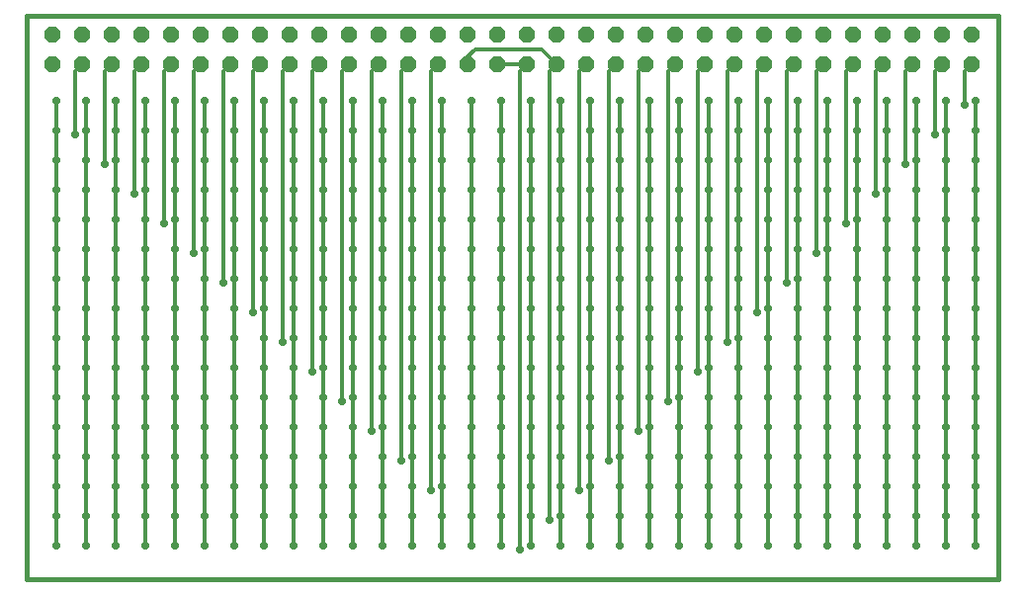
<source format=gbl>
G75*
G70*
%OFA0B0*%
%FSLAX24Y24*%
%IPPOS*%
%LPD*%
%AMOC8*
5,1,8,0,0,1.08239X$1,22.5*
%
%ADD10C,0.0160*%
%ADD11OC8,0.0560*%
%ADD12OC8,0.0277*%
%ADD13C,0.0120*%
D10*
X000187Y000189D02*
X000187Y019189D01*
X032937Y019189D01*
X032937Y000189D01*
X000187Y000189D01*
D11*
X001062Y017564D03*
X002062Y017564D03*
X003062Y017564D03*
X004062Y017564D03*
X005062Y017564D03*
X006062Y017564D03*
X007062Y017564D03*
X008062Y017564D03*
X009062Y017564D03*
X010062Y017564D03*
X011062Y017564D03*
X012062Y017564D03*
X013062Y017564D03*
X014062Y017564D03*
X015062Y017564D03*
X016062Y017564D03*
X017062Y017564D03*
X018062Y017564D03*
X019062Y017564D03*
X020062Y017564D03*
X021062Y017564D03*
X022062Y017564D03*
X023062Y017564D03*
X024062Y017564D03*
X025062Y017564D03*
X026062Y017564D03*
X027062Y017564D03*
X028062Y017564D03*
X029062Y017564D03*
X030062Y017564D03*
X031062Y017564D03*
X032062Y017564D03*
X032062Y018564D03*
X031062Y018564D03*
X030062Y018564D03*
X029062Y018564D03*
X028062Y018564D03*
X027062Y018564D03*
X026062Y018564D03*
X025062Y018564D03*
X024062Y018564D03*
X023062Y018564D03*
X022062Y018564D03*
X021062Y018564D03*
X020062Y018564D03*
X019062Y018564D03*
X018062Y018564D03*
X017062Y018564D03*
X016062Y018564D03*
X015062Y018564D03*
X014062Y018564D03*
X013062Y018564D03*
X012062Y018564D03*
X011062Y018564D03*
X010062Y018564D03*
X009062Y018564D03*
X008062Y018564D03*
X007062Y018564D03*
X006062Y018564D03*
X005062Y018564D03*
X004062Y018564D03*
X003062Y018564D03*
X002062Y018564D03*
X001062Y018564D03*
D12*
X001187Y016314D03*
X002187Y016314D03*
X003187Y016314D03*
X004187Y016314D03*
X005187Y016314D03*
X006187Y016314D03*
X007187Y016314D03*
X008187Y016314D03*
X009187Y016314D03*
X010187Y016314D03*
X011187Y016314D03*
X012187Y016314D03*
X013187Y016314D03*
X014187Y016314D03*
X015187Y016314D03*
X016187Y016314D03*
X017187Y016314D03*
X018187Y016314D03*
X019187Y016314D03*
X020187Y016314D03*
X021187Y016314D03*
X022187Y016314D03*
X023187Y016314D03*
X024187Y016314D03*
X025187Y016314D03*
X026187Y016314D03*
X027187Y016314D03*
X028187Y016314D03*
X029187Y016314D03*
X030187Y016314D03*
X031187Y016314D03*
X031812Y016189D03*
X032187Y016314D03*
X032187Y015314D03*
X031187Y015314D03*
X030812Y015189D03*
X030187Y015314D03*
X029187Y015314D03*
X028187Y015314D03*
X027187Y015314D03*
X026187Y015314D03*
X025187Y015314D03*
X024187Y015314D03*
X023187Y015314D03*
X022187Y015314D03*
X021187Y015314D03*
X020187Y015314D03*
X019187Y015314D03*
X018187Y015314D03*
X017187Y015314D03*
X016187Y015314D03*
X015187Y015314D03*
X014187Y015314D03*
X013187Y015314D03*
X012187Y015314D03*
X011187Y015314D03*
X010187Y015314D03*
X009187Y015314D03*
X008187Y015314D03*
X007187Y015314D03*
X006187Y015314D03*
X005187Y015314D03*
X004187Y015314D03*
X003187Y015314D03*
X002187Y015314D03*
X001812Y015189D03*
X001187Y015314D03*
X001187Y014314D03*
X002187Y014314D03*
X002812Y014189D03*
X003187Y014314D03*
X004187Y014314D03*
X005187Y014314D03*
X006187Y014314D03*
X007187Y014314D03*
X008187Y014314D03*
X009187Y014314D03*
X010187Y014314D03*
X011187Y014314D03*
X012187Y014314D03*
X013187Y014314D03*
X014187Y014314D03*
X015187Y014314D03*
X016187Y014314D03*
X017187Y014314D03*
X018187Y014314D03*
X019187Y014314D03*
X020187Y014314D03*
X021187Y014314D03*
X022187Y014314D03*
X023187Y014314D03*
X024187Y014314D03*
X025187Y014314D03*
X026187Y014314D03*
X027187Y014314D03*
X028187Y014314D03*
X029187Y014314D03*
X029812Y014189D03*
X030187Y014314D03*
X031187Y014314D03*
X032187Y014314D03*
X032187Y013314D03*
X031187Y013314D03*
X030187Y013314D03*
X029187Y013314D03*
X028812Y013189D03*
X028187Y013314D03*
X027187Y013314D03*
X026187Y013314D03*
X025187Y013314D03*
X024187Y013314D03*
X023187Y013314D03*
X022187Y013314D03*
X021187Y013314D03*
X020187Y013314D03*
X019187Y013314D03*
X018187Y013314D03*
X017187Y013314D03*
X016187Y013314D03*
X015187Y013314D03*
X014187Y013314D03*
X013187Y013314D03*
X012187Y013314D03*
X011187Y013314D03*
X010187Y013314D03*
X009187Y013314D03*
X008187Y013314D03*
X007187Y013314D03*
X006187Y013314D03*
X005187Y013314D03*
X004187Y013314D03*
X003812Y013189D03*
X003187Y013314D03*
X002187Y013314D03*
X001187Y013314D03*
X001187Y012314D03*
X002187Y012314D03*
X003187Y012314D03*
X004187Y012314D03*
X004812Y012189D03*
X005187Y012314D03*
X006187Y012314D03*
X007187Y012314D03*
X008187Y012314D03*
X009187Y012314D03*
X010187Y012314D03*
X011187Y012314D03*
X012187Y012314D03*
X013187Y012314D03*
X014187Y012314D03*
X015187Y012314D03*
X016187Y012314D03*
X017187Y012314D03*
X018187Y012314D03*
X019187Y012314D03*
X020187Y012314D03*
X021187Y012314D03*
X022187Y012314D03*
X023187Y012314D03*
X024187Y012314D03*
X025187Y012314D03*
X026187Y012314D03*
X027187Y012314D03*
X027812Y012189D03*
X028187Y012314D03*
X029187Y012314D03*
X030187Y012314D03*
X031187Y012314D03*
X032187Y012314D03*
X032187Y011314D03*
X031187Y011314D03*
X030187Y011314D03*
X029187Y011314D03*
X028187Y011314D03*
X027187Y011314D03*
X026812Y011189D03*
X026187Y011314D03*
X025187Y011314D03*
X024187Y011314D03*
X023187Y011314D03*
X022187Y011314D03*
X021187Y011314D03*
X020187Y011314D03*
X019187Y011314D03*
X018187Y011314D03*
X017187Y011314D03*
X016187Y011314D03*
X015187Y011314D03*
X014187Y011314D03*
X013187Y011314D03*
X012187Y011314D03*
X011187Y011314D03*
X010187Y011314D03*
X009187Y011314D03*
X008187Y011314D03*
X007187Y011314D03*
X006187Y011314D03*
X005812Y011189D03*
X005187Y011314D03*
X004187Y011314D03*
X003187Y011314D03*
X002187Y011314D03*
X001187Y011314D03*
X001187Y010314D03*
X002187Y010314D03*
X003187Y010314D03*
X004187Y010314D03*
X005187Y010314D03*
X006187Y010314D03*
X006812Y010189D03*
X007187Y010314D03*
X008187Y010314D03*
X009187Y010314D03*
X010187Y010314D03*
X011187Y010314D03*
X012187Y010314D03*
X013187Y010314D03*
X014187Y010314D03*
X015187Y010314D03*
X016187Y010314D03*
X017187Y010314D03*
X018187Y010314D03*
X019187Y010314D03*
X020187Y010314D03*
X021187Y010314D03*
X022187Y010314D03*
X023187Y010314D03*
X024187Y010314D03*
X025187Y010314D03*
X025812Y010189D03*
X026187Y010314D03*
X027187Y010314D03*
X028187Y010314D03*
X029187Y010314D03*
X030187Y010314D03*
X031187Y010314D03*
X032187Y010314D03*
X032187Y009314D03*
X031187Y009314D03*
X030187Y009314D03*
X029187Y009314D03*
X028187Y009314D03*
X027187Y009314D03*
X026187Y009314D03*
X025187Y009314D03*
X024812Y009189D03*
X024187Y009314D03*
X023187Y009314D03*
X022187Y009314D03*
X021187Y009314D03*
X020187Y009314D03*
X019187Y009314D03*
X018187Y009314D03*
X017187Y009314D03*
X016187Y009314D03*
X015187Y009314D03*
X014187Y009314D03*
X013187Y009314D03*
X012187Y009314D03*
X011187Y009314D03*
X010187Y009314D03*
X009187Y009314D03*
X008187Y009314D03*
X007812Y009189D03*
X007187Y009314D03*
X006187Y009314D03*
X005187Y009314D03*
X004187Y009314D03*
X003187Y009314D03*
X002187Y009314D03*
X001187Y009314D03*
X001187Y008314D03*
X002187Y008314D03*
X003187Y008314D03*
X004187Y008314D03*
X005187Y008314D03*
X006187Y008314D03*
X007187Y008314D03*
X008187Y008314D03*
X008812Y008189D03*
X009187Y008314D03*
X010187Y008314D03*
X011187Y008314D03*
X012187Y008314D03*
X013187Y008314D03*
X014187Y008314D03*
X015187Y008314D03*
X016187Y008314D03*
X017187Y008314D03*
X018187Y008314D03*
X019187Y008314D03*
X020187Y008314D03*
X021187Y008314D03*
X022187Y008314D03*
X023187Y008314D03*
X023812Y008189D03*
X024187Y008314D03*
X025187Y008314D03*
X026187Y008314D03*
X027187Y008314D03*
X028187Y008314D03*
X029187Y008314D03*
X030187Y008314D03*
X031187Y008314D03*
X032187Y008314D03*
X032187Y007314D03*
X031187Y007314D03*
X030187Y007314D03*
X029187Y007314D03*
X028187Y007314D03*
X027187Y007314D03*
X026187Y007314D03*
X025187Y007314D03*
X024187Y007314D03*
X023187Y007314D03*
X022812Y007189D03*
X022187Y007314D03*
X021187Y007314D03*
X020187Y007314D03*
X019187Y007314D03*
X018187Y007314D03*
X017187Y007314D03*
X016187Y007314D03*
X015187Y007314D03*
X014187Y007314D03*
X013187Y007314D03*
X012187Y007314D03*
X011187Y007314D03*
X010187Y007314D03*
X009812Y007189D03*
X009187Y007314D03*
X008187Y007314D03*
X007187Y007314D03*
X006187Y007314D03*
X005187Y007314D03*
X004187Y007314D03*
X003187Y007314D03*
X002187Y007314D03*
X001187Y007314D03*
X001187Y006314D03*
X002187Y006314D03*
X003187Y006314D03*
X004187Y006314D03*
X005187Y006314D03*
X006187Y006314D03*
X007187Y006314D03*
X008187Y006314D03*
X009187Y006314D03*
X010187Y006314D03*
X010812Y006189D03*
X011187Y006314D03*
X012187Y006314D03*
X013187Y006314D03*
X014187Y006314D03*
X015187Y006314D03*
X016187Y006314D03*
X017187Y006314D03*
X018187Y006314D03*
X019187Y006314D03*
X020187Y006314D03*
X021187Y006314D03*
X021812Y006189D03*
X022187Y006314D03*
X023187Y006314D03*
X024187Y006314D03*
X025187Y006314D03*
X026187Y006314D03*
X027187Y006314D03*
X028187Y006314D03*
X029187Y006314D03*
X030187Y006314D03*
X031187Y006314D03*
X032187Y006314D03*
X032187Y005314D03*
X031187Y005314D03*
X030187Y005314D03*
X029187Y005314D03*
X028187Y005314D03*
X027187Y005314D03*
X026187Y005314D03*
X025187Y005314D03*
X024187Y005314D03*
X023187Y005314D03*
X022187Y005314D03*
X021187Y005314D03*
X020812Y005189D03*
X020187Y005314D03*
X019187Y005314D03*
X018187Y005314D03*
X017187Y005314D03*
X016187Y005314D03*
X015187Y005314D03*
X014187Y005314D03*
X013187Y005314D03*
X012187Y005314D03*
X011812Y005189D03*
X011187Y005314D03*
X010187Y005314D03*
X009187Y005314D03*
X008187Y005314D03*
X007187Y005314D03*
X006187Y005314D03*
X005187Y005314D03*
X004187Y005314D03*
X003187Y005314D03*
X002187Y005314D03*
X001187Y005314D03*
X001187Y004314D03*
X002187Y004314D03*
X003187Y004314D03*
X004187Y004314D03*
X005187Y004314D03*
X006187Y004314D03*
X007187Y004314D03*
X008187Y004314D03*
X009187Y004314D03*
X010187Y004314D03*
X011187Y004314D03*
X012187Y004314D03*
X012812Y004189D03*
X013187Y004314D03*
X014187Y004314D03*
X015187Y004314D03*
X016187Y004314D03*
X017187Y004314D03*
X018187Y004314D03*
X019187Y004314D03*
X019812Y004189D03*
X020187Y004314D03*
X021187Y004314D03*
X022187Y004314D03*
X023187Y004314D03*
X024187Y004314D03*
X025187Y004314D03*
X026187Y004314D03*
X027187Y004314D03*
X028187Y004314D03*
X029187Y004314D03*
X030187Y004314D03*
X031187Y004314D03*
X032187Y004314D03*
X032187Y003314D03*
X031187Y003314D03*
X030187Y003314D03*
X029187Y003314D03*
X028187Y003314D03*
X027187Y003314D03*
X026187Y003314D03*
X025187Y003314D03*
X024187Y003314D03*
X023187Y003314D03*
X022187Y003314D03*
X021187Y003314D03*
X020187Y003314D03*
X019187Y003314D03*
X018812Y003189D03*
X018187Y003314D03*
X017187Y003314D03*
X016187Y003314D03*
X015187Y003314D03*
X014187Y003314D03*
X013812Y003189D03*
X013187Y003314D03*
X012187Y003314D03*
X011187Y003314D03*
X010187Y003314D03*
X009187Y003314D03*
X008187Y003314D03*
X007187Y003314D03*
X006187Y003314D03*
X005187Y003314D03*
X004187Y003314D03*
X003187Y003314D03*
X002187Y003314D03*
X001187Y003314D03*
X001187Y002314D03*
X002187Y002314D03*
X003187Y002314D03*
X004187Y002314D03*
X005187Y002314D03*
X006187Y002314D03*
X007187Y002314D03*
X008187Y002314D03*
X009187Y002314D03*
X010187Y002314D03*
X011187Y002314D03*
X012187Y002314D03*
X013187Y002314D03*
X014187Y002314D03*
X015187Y002314D03*
X016187Y002314D03*
X017187Y002314D03*
X017812Y002189D03*
X018187Y002314D03*
X019187Y002314D03*
X020187Y002314D03*
X021187Y002314D03*
X022187Y002314D03*
X023187Y002314D03*
X024187Y002314D03*
X025187Y002314D03*
X026187Y002314D03*
X027187Y002314D03*
X028187Y002314D03*
X029187Y002314D03*
X030187Y002314D03*
X031187Y002314D03*
X032187Y002314D03*
X032187Y001314D03*
X031187Y001314D03*
X030187Y001314D03*
X029187Y001314D03*
X028187Y001314D03*
X027187Y001314D03*
X026187Y001314D03*
X025187Y001314D03*
X024187Y001314D03*
X023187Y001314D03*
X022187Y001314D03*
X021187Y001314D03*
X020187Y001314D03*
X019187Y001314D03*
X018187Y001314D03*
X017187Y001314D03*
X016812Y001189D03*
X016187Y001314D03*
X015187Y001314D03*
X014187Y001314D03*
X013187Y001314D03*
X012187Y001314D03*
X011187Y001314D03*
X010187Y001314D03*
X009187Y001314D03*
X008187Y001314D03*
X007187Y001314D03*
X006187Y001314D03*
X005187Y001314D03*
X004187Y001314D03*
X003187Y001314D03*
X002187Y001314D03*
X001187Y001314D03*
D13*
X001187Y002314D01*
X001187Y003314D01*
X001187Y004314D01*
X001187Y005314D01*
X001187Y006314D01*
X001187Y007314D01*
X001187Y008314D01*
X001187Y009314D01*
X001187Y010314D01*
X001187Y011314D01*
X001187Y012314D01*
X001187Y013314D01*
X001187Y014314D01*
X001187Y015314D01*
X001187Y016314D01*
X002187Y016314D02*
X002187Y015314D01*
X002187Y014314D01*
X002187Y013314D01*
X002187Y012314D01*
X002187Y011314D01*
X002187Y010314D01*
X002187Y009314D01*
X002187Y008314D01*
X002187Y007314D01*
X002187Y006314D01*
X002187Y005314D01*
X002187Y004314D01*
X002187Y003314D01*
X002187Y002314D01*
X002187Y001314D01*
X003187Y001314D02*
X003187Y002314D01*
X003187Y003314D01*
X003187Y004314D01*
X003187Y005314D01*
X003187Y006314D01*
X003187Y007314D01*
X003187Y008314D01*
X003187Y009314D01*
X003187Y010314D01*
X003187Y011314D01*
X003187Y012314D01*
X003187Y013314D01*
X003187Y014314D01*
X003187Y015314D01*
X003187Y016314D01*
X004187Y016314D02*
X004187Y015314D01*
X004187Y014314D01*
X004187Y013314D01*
X004187Y012314D01*
X004187Y011314D01*
X004187Y010314D01*
X004187Y009314D01*
X004187Y008314D01*
X004187Y007314D01*
X004187Y006314D01*
X004187Y005314D01*
X004187Y004314D01*
X004187Y003314D01*
X004187Y002314D01*
X004187Y001314D01*
X005187Y001314D02*
X005187Y002314D01*
X005187Y003314D01*
X005187Y004314D01*
X005187Y005314D01*
X005187Y006314D01*
X005187Y007314D01*
X005187Y008314D01*
X005187Y009314D01*
X005187Y010314D01*
X005187Y011314D01*
X005187Y012314D01*
X005187Y013314D01*
X005187Y014314D01*
X005187Y015314D01*
X005187Y016314D01*
X006187Y016314D02*
X006187Y015314D01*
X006187Y014314D01*
X006187Y013314D01*
X006187Y012314D01*
X006187Y011314D01*
X006187Y010314D01*
X006187Y009314D01*
X006187Y008314D01*
X006187Y007314D01*
X006187Y006314D01*
X006187Y005314D01*
X006187Y004314D01*
X006187Y003314D01*
X006187Y002314D01*
X006187Y001314D01*
X007187Y001314D02*
X007187Y002314D01*
X007187Y003314D01*
X007187Y004314D01*
X007187Y005314D01*
X007187Y006314D01*
X007187Y007314D01*
X007187Y008314D01*
X007187Y009314D01*
X007187Y010314D01*
X007187Y011314D01*
X007187Y012314D01*
X007187Y013314D01*
X007187Y014314D01*
X007187Y015314D01*
X007187Y016314D01*
X008187Y016314D02*
X008187Y015314D01*
X008187Y014314D01*
X008187Y013314D01*
X008187Y012314D01*
X008187Y011314D01*
X008187Y010314D01*
X008187Y009314D01*
X008187Y008314D01*
X008187Y007314D01*
X008187Y006314D01*
X008187Y005314D01*
X008187Y004314D01*
X008187Y003314D01*
X008187Y002314D01*
X008187Y001314D01*
X009187Y001314D02*
X009187Y002314D01*
X009187Y003314D01*
X009187Y004314D01*
X009187Y005314D01*
X009187Y006314D01*
X009187Y007314D01*
X009187Y008314D01*
X009187Y009314D01*
X009187Y010314D01*
X009187Y011314D01*
X009187Y012314D01*
X009187Y013314D01*
X009187Y014314D01*
X009187Y015314D01*
X009187Y016314D01*
X010187Y016314D02*
X010187Y015314D01*
X010187Y014314D01*
X010187Y013314D01*
X010187Y012314D01*
X010187Y011314D01*
X010187Y010314D01*
X010187Y009314D01*
X010187Y008314D01*
X010187Y007314D01*
X010187Y006314D01*
X010187Y005314D01*
X010187Y004314D01*
X010187Y003314D01*
X010187Y002314D01*
X010187Y001314D01*
X011187Y001314D02*
X011187Y002314D01*
X011187Y003314D01*
X011187Y004314D01*
X011187Y005314D01*
X011187Y006314D01*
X011187Y007314D01*
X011187Y008314D01*
X011187Y009314D01*
X011187Y010314D01*
X011187Y011314D01*
X011187Y012314D01*
X011187Y013314D01*
X011187Y014314D01*
X011187Y015314D01*
X011187Y016314D01*
X012187Y016314D02*
X012187Y015314D01*
X012187Y014314D01*
X012187Y013314D01*
X012187Y012314D01*
X012187Y011314D01*
X012187Y010314D01*
X012187Y009314D01*
X012187Y008314D01*
X012187Y007314D01*
X012187Y006314D01*
X012187Y005314D01*
X012187Y004314D01*
X012187Y003314D01*
X012187Y002314D01*
X012187Y001314D01*
X013187Y001314D02*
X013187Y002314D01*
X013187Y003314D01*
X013187Y004314D01*
X013187Y005314D01*
X013187Y006314D01*
X013187Y007314D01*
X013187Y008314D01*
X013187Y009314D01*
X013187Y010314D01*
X013187Y011314D01*
X013187Y012314D01*
X013187Y013314D01*
X013187Y014314D01*
X013187Y015314D01*
X013187Y016314D01*
X014187Y016314D02*
X014187Y015314D01*
X014187Y014314D01*
X014187Y013314D01*
X014187Y012314D01*
X014187Y011314D01*
X014187Y010314D01*
X014187Y009314D01*
X014187Y008314D01*
X014187Y007314D01*
X014187Y006314D01*
X014187Y005314D01*
X014187Y004314D01*
X014187Y003314D01*
X014187Y002314D01*
X014187Y001314D01*
X015187Y001314D02*
X015187Y002314D01*
X015187Y003314D01*
X015187Y004314D01*
X015187Y005314D01*
X015187Y006314D01*
X015187Y007314D01*
X015187Y008314D01*
X015187Y009314D01*
X015187Y010314D01*
X015187Y011314D01*
X015187Y012314D01*
X015187Y013314D01*
X015187Y014314D01*
X015187Y015314D01*
X015187Y016314D01*
X016187Y016314D02*
X016187Y015314D01*
X016187Y014314D01*
X016187Y013314D01*
X016187Y012314D01*
X016187Y011314D01*
X016187Y010314D01*
X016187Y009314D01*
X016187Y008314D01*
X016187Y007314D01*
X016187Y006314D01*
X016187Y005314D01*
X016187Y004314D01*
X016187Y003314D01*
X016187Y002314D01*
X016187Y001314D01*
X016812Y001189D02*
X016812Y017314D01*
X017062Y017564D01*
X016062Y017564D01*
X015312Y018064D02*
X017562Y018064D01*
X018062Y017564D01*
X017812Y017314D01*
X017812Y002189D01*
X018187Y002314D02*
X018187Y001314D01*
X017187Y001314D02*
X017187Y002314D01*
X017187Y003314D01*
X017187Y004314D01*
X017187Y005314D01*
X017187Y006314D01*
X017187Y007314D01*
X017187Y008314D01*
X017187Y009314D01*
X017187Y010314D01*
X017187Y011314D01*
X017187Y012314D01*
X017187Y013314D01*
X017187Y014314D01*
X017187Y015314D01*
X017187Y016314D01*
X018187Y016314D02*
X018187Y015314D01*
X018187Y014314D01*
X018187Y013314D01*
X018187Y012314D01*
X018187Y011314D01*
X018187Y010314D01*
X018187Y009314D01*
X018187Y008314D01*
X018187Y007314D01*
X018187Y006314D01*
X018187Y005314D01*
X018187Y004314D01*
X018187Y003314D01*
X018187Y002314D01*
X019187Y002314D02*
X019187Y001314D01*
X020187Y001314D02*
X020187Y002314D01*
X020187Y003314D01*
X020187Y004314D01*
X020187Y005314D01*
X020187Y006314D01*
X020187Y007314D01*
X020187Y008314D01*
X020187Y009314D01*
X020187Y010314D01*
X020187Y011314D01*
X020187Y012314D01*
X020187Y013314D01*
X020187Y014314D01*
X020187Y015314D01*
X020187Y016314D01*
X019187Y016314D02*
X019187Y015314D01*
X019187Y014314D01*
X019187Y013314D01*
X019187Y012314D01*
X019187Y011314D01*
X019187Y010314D01*
X019187Y009314D01*
X019187Y008314D01*
X019187Y007314D01*
X019187Y006314D01*
X019187Y005314D01*
X019187Y004314D01*
X019187Y003314D01*
X019187Y002314D01*
X018812Y003189D02*
X018812Y017314D01*
X019062Y017564D01*
X019812Y017314D02*
X019812Y004189D01*
X021187Y004314D02*
X021187Y003314D01*
X021187Y002314D01*
X021187Y001314D01*
X022187Y001314D02*
X022187Y002314D01*
X022187Y003314D01*
X022187Y004314D01*
X022187Y005314D01*
X022187Y006314D01*
X022187Y007314D01*
X022187Y008314D01*
X022187Y009314D01*
X022187Y010314D01*
X022187Y011314D01*
X022187Y012314D01*
X022187Y013314D01*
X022187Y014314D01*
X022187Y015314D01*
X022187Y016314D01*
X021187Y016314D02*
X021187Y015314D01*
X021187Y014314D01*
X021187Y013314D01*
X021187Y012314D01*
X021187Y011314D01*
X021187Y010314D01*
X021187Y009314D01*
X021187Y008314D01*
X021187Y007314D01*
X021187Y006314D01*
X021187Y005314D01*
X021187Y004314D01*
X020812Y005189D02*
X020812Y017314D01*
X021062Y017564D01*
X021812Y017314D02*
X021812Y006189D01*
X023187Y006314D02*
X023187Y005314D01*
X023187Y004314D01*
X023187Y003314D01*
X023187Y002314D01*
X023187Y001314D01*
X024187Y001314D02*
X024187Y002314D01*
X024187Y003314D01*
X024187Y004314D01*
X024187Y005314D01*
X024187Y006314D01*
X024187Y007314D01*
X024187Y008314D01*
X024187Y009314D01*
X024187Y010314D01*
X024187Y011314D01*
X024187Y012314D01*
X024187Y013314D01*
X024187Y014314D01*
X024187Y015314D01*
X024187Y016314D01*
X023187Y016314D02*
X023187Y015314D01*
X023187Y014314D01*
X023187Y013314D01*
X023187Y012314D01*
X023187Y011314D01*
X023187Y010314D01*
X023187Y009314D01*
X023187Y008314D01*
X023187Y007314D01*
X023187Y006314D01*
X022812Y007189D02*
X022812Y017314D01*
X023062Y017564D01*
X023812Y017314D02*
X024062Y017564D01*
X023812Y017314D02*
X023812Y008189D01*
X025187Y008314D02*
X025187Y007314D01*
X025187Y006314D01*
X025187Y005314D01*
X025187Y004314D01*
X025187Y003314D01*
X025187Y002314D01*
X025187Y001314D01*
X026187Y001314D02*
X026187Y002314D01*
X026187Y003314D01*
X026187Y004314D01*
X026187Y005314D01*
X026187Y006314D01*
X026187Y007314D01*
X026187Y008314D01*
X026187Y009314D01*
X026187Y010314D01*
X026187Y011314D01*
X026187Y012314D01*
X026187Y013314D01*
X026187Y014314D01*
X026187Y015314D01*
X026187Y016314D01*
X025187Y016314D02*
X025187Y015314D01*
X025187Y014314D01*
X025187Y013314D01*
X025187Y012314D01*
X025187Y011314D01*
X025187Y010314D01*
X025187Y009314D01*
X025187Y008314D01*
X024812Y009189D02*
X024812Y017314D01*
X025062Y017564D01*
X025812Y017314D02*
X026062Y017564D01*
X025812Y017314D02*
X025812Y010189D01*
X027187Y010314D02*
X027187Y009314D01*
X027187Y008314D01*
X027187Y007314D01*
X027187Y006314D01*
X027187Y005314D01*
X027187Y004314D01*
X027187Y003314D01*
X027187Y002314D01*
X027187Y001314D01*
X028187Y001314D02*
X028187Y002314D01*
X028187Y003314D01*
X028187Y004314D01*
X028187Y005314D01*
X028187Y006314D01*
X028187Y007314D01*
X028187Y008314D01*
X028187Y009314D01*
X028187Y010314D01*
X028187Y011314D01*
X028187Y012314D01*
X028187Y013314D01*
X028187Y014314D01*
X028187Y015314D01*
X028187Y016314D01*
X027187Y016314D02*
X027187Y015314D01*
X027187Y014314D01*
X027187Y013314D01*
X027187Y012314D01*
X027187Y011314D01*
X027187Y010314D01*
X026812Y011189D02*
X026812Y017314D01*
X027062Y017564D01*
X027812Y017314D02*
X028062Y017564D01*
X027812Y017314D02*
X027812Y012189D01*
X029187Y012314D02*
X029187Y011314D01*
X029187Y010314D01*
X029187Y009314D01*
X029187Y008314D01*
X029187Y007314D01*
X029187Y006314D01*
X029187Y005314D01*
X029187Y004314D01*
X029187Y003314D01*
X029187Y002314D01*
X029187Y001314D01*
X030187Y001314D02*
X030187Y002314D01*
X030187Y003314D01*
X030187Y004314D01*
X030187Y005314D01*
X030187Y006314D01*
X030187Y007314D01*
X030187Y008314D01*
X030187Y009314D01*
X030187Y010314D01*
X030187Y011314D01*
X030187Y012314D01*
X030187Y013314D01*
X030187Y014314D01*
X030187Y015314D01*
X030187Y016314D01*
X029187Y016314D02*
X029187Y015314D01*
X029187Y014314D01*
X029187Y013314D01*
X029187Y012314D01*
X028812Y013189D02*
X028812Y017314D01*
X029062Y017564D01*
X029812Y017314D02*
X030062Y017564D01*
X029812Y017314D02*
X029812Y014189D01*
X031187Y014314D02*
X031187Y013314D01*
X031187Y012314D01*
X031187Y011314D01*
X031187Y010314D01*
X031187Y009314D01*
X031187Y008314D01*
X031187Y007314D01*
X031187Y006314D01*
X031187Y005314D01*
X031187Y004314D01*
X031187Y003314D01*
X031187Y002314D01*
X031187Y001314D01*
X032187Y001314D02*
X032187Y002314D01*
X032187Y003314D01*
X032187Y004314D01*
X032187Y005314D01*
X032187Y006314D01*
X032187Y007314D01*
X032187Y008314D01*
X032187Y009314D01*
X032187Y010314D01*
X032187Y011314D01*
X032187Y012314D01*
X032187Y013314D01*
X032187Y014314D01*
X032187Y015314D01*
X032187Y016314D01*
X031812Y016189D02*
X031812Y017314D01*
X032062Y017564D01*
X031062Y017564D02*
X030812Y017314D01*
X030812Y015189D01*
X031187Y015314D02*
X031187Y014314D01*
X031187Y015314D02*
X031187Y016314D01*
X022062Y017564D02*
X021812Y017314D01*
X020062Y017564D02*
X019812Y017314D01*
X015312Y018064D02*
X015062Y017814D01*
X015062Y017564D01*
X014062Y017564D02*
X013812Y017314D01*
X013812Y003189D01*
X012812Y004189D02*
X012812Y017314D01*
X013062Y017564D01*
X012062Y017564D02*
X011812Y017314D01*
X011812Y005189D01*
X010812Y006189D02*
X010812Y017314D01*
X011062Y017564D01*
X010062Y017564D02*
X009812Y017314D01*
X009812Y007189D01*
X008812Y008189D02*
X008812Y017314D01*
X009062Y017564D01*
X008062Y017564D02*
X007812Y017314D01*
X007812Y009189D01*
X006812Y010189D02*
X006812Y017314D01*
X007062Y017564D01*
X006062Y017564D02*
X005812Y017314D01*
X005812Y011189D01*
X004812Y012189D02*
X004812Y017314D01*
X005062Y017564D01*
X004062Y017564D02*
X003812Y017314D01*
X003812Y013189D01*
X002812Y014189D02*
X002812Y017314D01*
X003062Y017564D01*
X002062Y017564D02*
X001812Y017314D01*
X001812Y015189D01*
M02*

</source>
